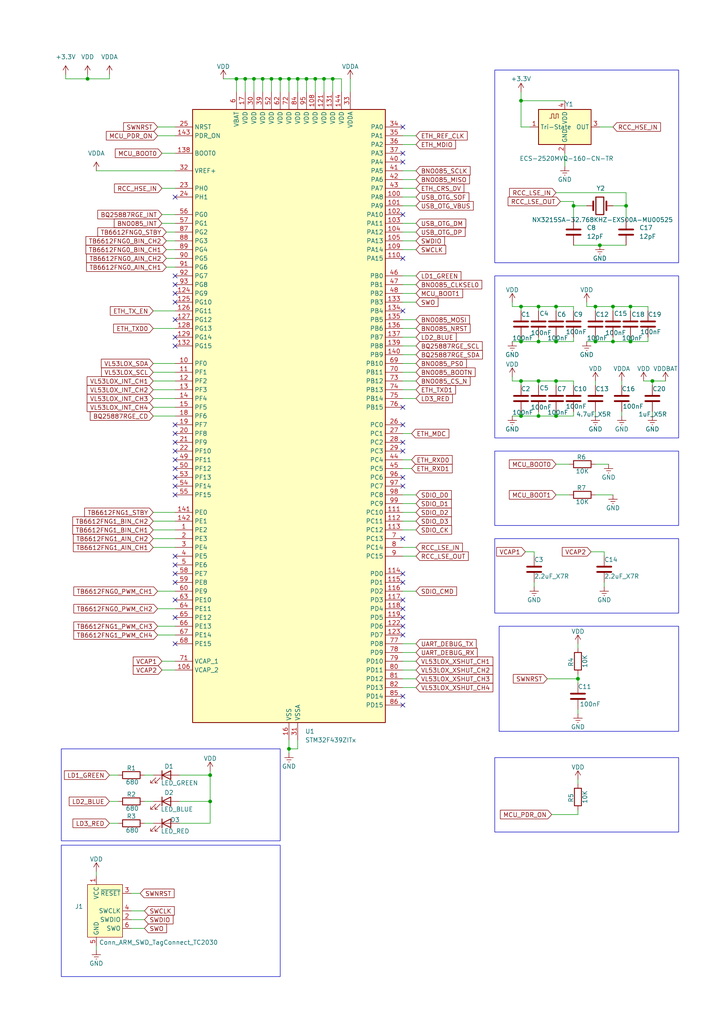
<source format=kicad_sch>
(kicad_sch (version 20250114) (generator "eeschema") (generator_version "9.0")
  (paper "A4" portrait)
  (rectangle (start 17.78 217.17) (end 81.28 243.84))
  (rectangle (start 17.78 245.11) (end 81.28 283.21))
  (rectangle (start 143.51 219.71) (end 196.85 241.3))
  (rectangle (start 144.78 181.61) (end 196.85 212.09))
  (rectangle (start 143.51 80.01) (end 196.85 127))
  (rectangle (start 143.51 20.32) (end 196.85 76.2))
  (rectangle (start 143.51 130.81) (end 196.85 152.4))
  (rectangle (start 143.51 156.21) (end 196.85 177.8))
  (junction (at 161.29 120.65))
  (junction (at 156.21 120.65))
  (junction (at 156.21 99.06))
  (junction (at 172.72 88.9))
  (junction (at 161.29 88.9))
  (junction (at 151.13 88.9))
  (junction (at 60.96 224.79))
  (junction (at 177.8 88.9))
  (junction (at 151.13 99.06))
  (junction (at 161.29 99.06))
  (junction (at 182.88 88.9))
  (junction (at 76.2 22.86))
  (junction (at 167.64 196.85))
  (junction (at 156.21 110.49))
  (junction (at 177.8 99.06))
  (junction (at 151.13 120.65))
  (junction (at 93.98 22.86))
  (junction (at 151.13 29.21))
  (junction (at 173.99 71.12))
  (junction (at 25.4 22.86))
  (junction (at 166.37 59.69))
  (junction (at 181.61 59.69))
  (junction (at 156.21 88.9))
  (junction (at 88.9 22.86))
  (junction (at 60.96 232.41))
  (junction (at 78.74 22.86))
  (junction (at 172.72 99.06))
  (junction (at 68.58 22.86))
  (junction (at 91.44 22.86))
  (junction (at 161.29 110.49))
  (junction (at 86.36 22.86))
  (junction (at 96.52 22.86))
  (junction (at 189.23 110.49))
  (junction (at 81.28 22.86))
  (junction (at 182.88 99.06))
  (junction (at 83.82 217.17))
  (junction (at 73.66 22.86))
  (junction (at 151.13 110.49))
  (junction (at 71.12 22.86))
  (junction (at 83.82 22.86))
  (no_connect (at 116.84 36.83))
  (no_connect (at 50.8 138.43))
  (no_connect (at 50.8 57.15))
  (no_connect (at 116.84 90.17))
  (no_connect (at 50.8 173.99))
  (no_connect (at 116.84 118.11))
  (no_connect (at 50.8 135.89))
  (no_connect (at 116.84 123.19))
  (no_connect (at 116.84 156.21))
  (no_connect (at 50.8 123.19))
  (no_connect (at 116.84 201.93))
  (no_connect (at 116.84 179.07))
  (no_connect (at 116.84 166.37))
  (no_connect (at 116.84 46.99))
  (no_connect (at 116.84 204.47))
  (no_connect (at 50.8 166.37))
  (no_connect (at 50.8 163.83))
  (no_connect (at 50.8 143.51))
  (no_connect (at 50.8 128.27))
  (no_connect (at 50.8 186.69))
  (no_connect (at 116.84 173.99))
  (no_connect (at 116.84 74.93))
  (no_connect (at 116.84 140.97))
  (no_connect (at 116.84 168.91))
  (no_connect (at 50.8 130.81))
  (no_connect (at 50.8 100.33))
  (no_connect (at 50.8 125.73))
  (no_connect (at 50.8 133.35))
  (no_connect (at 116.84 62.23))
  (no_connect (at 50.8 92.71))
  (no_connect (at 50.8 80.01))
  (no_connect (at 116.84 138.43))
  (no_connect (at 50.8 168.91))
  (no_connect (at 50.8 87.63))
  (no_connect (at 116.84 128.27))
  (no_connect (at 50.8 161.29))
  (no_connect (at 50.8 82.55))
  (no_connect (at 116.84 176.53))
  (no_connect (at 50.8 179.07))
  (no_connect (at 116.84 130.81))
  (no_connect (at 50.8 97.79))
  (no_connect (at 116.84 44.45))
  (no_connect (at 50.8 85.09))
  (no_connect (at 116.84 181.61))
  (no_connect (at 116.84 184.15))
  (no_connect (at 50.8 140.97))
  (wire (pts (xy 181.61 55.88) (xy 181.61 59.69)))
  (wire (pts (xy 116.84 161.29) (xy 120.65 161.29)))
  (wire (pts (xy 116.84 52.07) (xy 120.65 52.07)))
  (wire (pts (xy 166.37 110.49) (xy 161.29 110.49)))
  (wire (pts (xy 91.44 22.86) (xy 91.44 26.67)))
  (wire (pts (xy 71.12 22.86) (xy 71.12 26.67)))
  (wire (pts (xy 48.26 67.31) (xy 50.8 67.31)))
  (wire (pts (xy 116.84 194.31) (xy 120.65 194.31)))
  (wire (pts (xy 166.37 71.12) (xy 173.99 71.12)))
  (wire (pts (xy 116.84 171.45) (xy 120.65 171.45)))
  (wire (pts (xy 44.45 110.49) (xy 50.8 110.49)))
  (wire (pts (xy 181.61 63.5) (xy 181.61 59.69)))
  (wire (pts (xy 116.84 107.95) (xy 120.65 107.95)))
  (wire (pts (xy 187.96 90.17) (xy 187.96 88.9)))
  (wire (pts (xy 156.21 99.06) (xy 161.29 99.06)))
  (wire (pts (xy 44.45 90.17) (xy 50.8 90.17)))
  (wire (pts (xy 116.84 199.39) (xy 120.65 199.39)))
  (wire (pts (xy 172.72 88.9) (xy 177.8 88.9)))
  (wire (pts (xy 151.13 29.21) (xy 151.13 36.83)))
  (wire (pts (xy 116.84 133.35) (xy 119.38 133.35)))
  (wire (pts (xy 86.36 214.63) (xy 86.36 217.17)))
  (wire (pts (xy 44.45 156.21) (xy 50.8 156.21)))
  (wire (pts (xy 177.8 88.9) (xy 182.88 88.9)))
  (wire (pts (xy 172.72 97.79) (xy 172.72 99.06)))
  (wire (pts (xy 167.64 236.22) (xy 167.64 234.95)))
  (wire (pts (xy 162.56 58.42) (xy 166.37 58.42)))
  (wire (pts (xy 116.84 191.77) (xy 120.65 191.77)))
  (wire (pts (xy 182.88 90.17) (xy 182.88 88.9)))
  (wire (pts (xy 116.84 143.51) (xy 120.65 143.51)))
  (wire (pts (xy 189.23 119.38) (xy 189.23 120.65)))
  (wire (pts (xy 46.99 194.31) (xy 50.8 194.31)))
  (wire (pts (xy 166.37 119.38) (xy 166.37 120.65)))
  (wire (pts (xy 88.9 22.86) (xy 88.9 26.67)))
  (wire (pts (xy 41.91 238.76) (xy 44.45 238.76)))
  (wire (pts (xy 172.72 99.06) (xy 177.8 99.06)))
  (wire (pts (xy 152.4 160.02) (xy 154.94 160.02)))
  (wire (pts (xy 76.2 22.86) (xy 76.2 26.67)))
  (wire (pts (xy 153.67 36.83) (xy 151.13 36.83)))
  (wire (pts (xy 73.66 22.86) (xy 73.66 26.67)))
  (wire (pts (xy 116.84 146.05) (xy 120.65 146.05)))
  (wire (pts (xy 60.96 232.41) (xy 60.96 224.79)))
  (wire (pts (xy 44.45 120.65) (xy 50.8 120.65)))
  (wire (pts (xy 177.8 99.06) (xy 182.88 99.06)))
  (wire (pts (xy 175.26 160.02) (xy 175.26 161.29)))
  (wire (pts (xy 180.34 119.38) (xy 180.34 120.65)))
  (wire (pts (xy 78.74 22.86) (xy 76.2 22.86)))
  (wire (pts (xy 116.84 92.71) (xy 120.65 92.71)))
  (wire (pts (xy 166.37 111.76) (xy 166.37 110.49)))
  (wire (pts (xy 48.26 69.85) (xy 50.8 69.85)))
  (wire (pts (xy 116.84 196.85) (xy 120.65 196.85)))
  (wire (pts (xy 45.72 39.37) (xy 50.8 39.37)))
  (wire (pts (xy 48.26 72.39) (xy 50.8 72.39)))
  (wire (pts (xy 25.4 22.86) (xy 25.4 21.59)))
  (wire (pts (xy 44.45 113.03) (xy 50.8 113.03)))
  (wire (pts (xy 148.59 109.22) (xy 148.59 110.49)))
  (wire (pts (xy 172.72 119.38) (xy 172.72 120.65)))
  (wire (pts (xy 88.9 22.86) (xy 86.36 22.86)))
  (wire (pts (xy 166.37 59.69) (xy 166.37 63.5)))
  (wire (pts (xy 116.84 102.87) (xy 120.65 102.87)))
  (wire (pts (xy 81.28 22.86) (xy 81.28 26.67)))
  (wire (pts (xy 46.99 62.23) (xy 50.8 62.23)))
  (wire (pts (xy 83.82 217.17) (xy 83.82 218.44)))
  (wire (pts (xy 86.36 22.86) (xy 83.82 22.86)))
  (wire (pts (xy 166.37 88.9) (xy 161.29 88.9)))
  (wire (pts (xy 187.96 99.06) (xy 182.88 99.06)))
  (wire (pts (xy 167.64 186.69) (xy 167.64 187.96)))
  (wire (pts (xy 161.29 97.79) (xy 161.29 99.06)))
  (wire (pts (xy 38.1 259.08) (xy 40.64 259.08)))
  (wire (pts (xy 186.69 110.49) (xy 189.23 110.49)))
  (wire (pts (xy 116.84 153.67) (xy 120.65 153.67)))
  (wire (pts (xy 172.72 143.51) (xy 177.8 143.51)))
  (wire (pts (xy 38.1 269.24) (xy 41.91 269.24)))
  (wire (pts (xy 48.26 77.47) (xy 50.8 77.47)))
  (wire (pts (xy 31.75 21.59) (xy 31.75 22.86)))
  (wire (pts (xy 81.28 22.86) (xy 78.74 22.86)))
  (wire (pts (xy 156.21 120.65) (xy 161.29 120.65)))
  (wire (pts (xy 116.84 189.23) (xy 120.65 189.23)))
  (wire (pts (xy 31.75 238.76) (xy 34.29 238.76)))
  (wire (pts (xy 116.84 69.85) (xy 120.65 69.85)))
  (wire (pts (xy 116.84 67.31) (xy 120.65 67.31)))
  (wire (pts (xy 116.84 110.49) (xy 120.65 110.49)))
  (wire (pts (xy 86.36 217.17) (xy 83.82 217.17)))
  (wire (pts (xy 44.45 95.25) (xy 50.8 95.25)))
  (wire (pts (xy 44.45 118.11) (xy 50.8 118.11)))
  (wire (pts (xy 151.13 90.17) (xy 151.13 88.9)))
  (wire (pts (xy 161.29 111.76) (xy 161.29 110.49)))
  (wire (pts (xy 116.84 115.57) (xy 120.65 115.57)))
  (wire (pts (xy 44.45 107.95) (xy 50.8 107.95)))
  (wire (pts (xy 52.07 224.79) (xy 60.96 224.79)))
  (wire (pts (xy 116.84 151.13) (xy 120.65 151.13)))
  (wire (pts (xy 86.36 22.86) (xy 86.36 26.67)))
  (wire (pts (xy 38.1 266.7) (xy 41.91 266.7)))
  (wire (pts (xy 116.84 49.53) (xy 120.65 49.53)))
  (wire (pts (xy 93.98 22.86) (xy 91.44 22.86)))
  (wire (pts (xy 71.12 22.86) (xy 68.58 22.86)))
  (wire (pts (xy 116.84 82.55) (xy 120.65 82.55)))
  (wire (pts (xy 161.29 55.88) (xy 181.61 55.88)))
  (wire (pts (xy 116.84 57.15) (xy 120.65 57.15)))
  (wire (pts (xy 160.02 236.22) (xy 167.64 236.22)))
  (wire (pts (xy 83.82 214.63) (xy 83.82 217.17)))
  (wire (pts (xy 172.72 110.49) (xy 172.72 111.76)))
  (wire (pts (xy 48.26 74.93) (xy 50.8 74.93)))
  (wire (pts (xy 19.05 22.86) (xy 19.05 21.59)))
  (wire (pts (xy 154.94 160.02) (xy 154.94 161.29)))
  (wire (pts (xy 101.6 22.86) (xy 101.6 26.67)))
  (wire (pts (xy 52.07 232.41) (xy 60.96 232.41)))
  (wire (pts (xy 151.13 111.76) (xy 151.13 110.49)))
  (wire (pts (xy 116.84 64.77) (xy 120.65 64.77)))
  (wire (pts (xy 181.61 71.12) (xy 173.99 71.12)))
  (wire (pts (xy 31.75 224.79) (xy 34.29 224.79)))
  (wire (pts (xy 116.84 105.41) (xy 120.65 105.41)))
  (wire (pts (xy 189.23 110.49) (xy 189.23 111.76)))
  (wire (pts (xy 182.88 97.79) (xy 182.88 99.06)))
  (wire (pts (xy 27.94 49.53) (xy 50.8 49.53)))
  (wire (pts (xy 187.96 97.79) (xy 187.96 99.06)))
  (wire (pts (xy 171.45 160.02) (xy 175.26 160.02)))
  (wire (pts (xy 151.13 120.65) (xy 156.21 120.65)))
  (wire (pts (xy 45.72 176.53) (xy 50.8 176.53)))
  (wire (pts (xy 148.59 120.65) (xy 151.13 120.65)))
  (wire (pts (xy 161.29 134.62) (xy 165.1 134.62)))
  (wire (pts (xy 158.75 196.85) (xy 167.64 196.85)))
  (wire (pts (xy 116.84 100.33) (xy 120.65 100.33)))
  (wire (pts (xy 167.64 196.85) (xy 167.64 198.12)))
  (wire (pts (xy 166.37 99.06) (xy 161.29 99.06)))
  (wire (pts (xy 27.94 252.73) (xy 27.94 254)))
  (wire (pts (xy 167.64 196.85) (xy 167.64 195.58)))
  (wire (pts (xy 31.75 22.86) (xy 25.4 22.86)))
  (wire (pts (xy 73.66 22.86) (xy 71.12 22.86)))
  (wire (pts (xy 116.84 80.01) (xy 120.65 80.01)))
  (wire (pts (xy 76.2 22.86) (xy 73.66 22.86)))
  (wire (pts (xy 45.72 171.45) (xy 50.8 171.45)))
  (wire (pts (xy 116.84 148.59) (xy 120.65 148.59)))
  (wire (pts (xy 46.99 44.45) (xy 50.8 44.45)))
  (wire (pts (xy 175.26 168.91) (xy 175.26 170.18)))
  (wire (pts (xy 116.84 135.89) (xy 119.38 135.89)))
  (wire (pts (xy 83.82 22.86) (xy 81.28 22.86)))
  (wire (pts (xy 116.84 85.09) (xy 120.65 85.09)))
  (wire (pts (xy 148.59 110.49) (xy 151.13 110.49)))
  (wire (pts (xy 38.1 264.16) (xy 41.91 264.16)))
  (wire (pts (xy 156.21 90.17) (xy 156.21 88.9)))
  (wire (pts (xy 46.99 54.61) (xy 50.8 54.61)))
  (wire (pts (xy 170.18 87.63) (xy 170.18 88.9)))
  (wire (pts (xy 170.18 59.69) (xy 166.37 59.69)))
  (wire (pts (xy 96.52 22.86) (xy 96.52 26.67)))
  (wire (pts (xy 96.52 22.86) (xy 93.98 22.86)))
  (wire (pts (xy 45.72 184.15) (xy 50.8 184.15)))
  (wire (pts (xy 166.37 90.17) (xy 166.37 88.9)))
  (wire (pts (xy 91.44 22.86) (xy 88.9 22.86)))
  (wire (pts (xy 154.94 168.91) (xy 154.94 170.18)))
  (wire (pts (xy 180.34 110.49) (xy 180.34 111.76)))
  (wire (pts (xy 44.45 153.67) (xy 50.8 153.67)))
  (wire (pts (xy 151.13 97.79) (xy 151.13 99.06)))
  (wire (pts (xy 44.45 105.41) (xy 50.8 105.41)))
  (wire (pts (xy 44.45 151.13) (xy 50.8 151.13)))
  (wire (pts (xy 41.91 224.79) (xy 44.45 224.79)))
  (wire (pts (xy 60.96 238.76) (xy 60.96 232.41)))
  (wire (pts (xy 46.99 191.77) (xy 50.8 191.77)))
  (wire (pts (xy 177.8 90.17) (xy 177.8 88.9)))
  (wire (pts (xy 161.29 90.17) (xy 161.29 88.9)))
  (wire (pts (xy 172.72 134.62) (xy 176.53 134.62)))
  (wire (pts (xy 170.18 88.9) (xy 172.72 88.9)))
  (wire (pts (xy 31.75 232.41) (xy 34.29 232.41)))
  (wire (pts (xy 167.64 205.74) (xy 167.64 207.01)))
  (wire (pts (xy 151.13 110.49) (xy 156.21 110.49)))
  (wire (pts (xy 148.59 99.06) (xy 151.13 99.06)))
  (wire (pts (xy 181.61 59.69) (xy 177.8 59.69)))
  (wire (pts (xy 116.84 41.91) (xy 120.65 41.91)))
  (wire (pts (xy 156.21 111.76) (xy 156.21 110.49)))
  (wire (pts (xy 151.13 119.38) (xy 151.13 120.65)))
  (wire (pts (xy 93.98 22.86) (xy 93.98 26.67)))
  (wire (pts (xy 151.13 26.67) (xy 151.13 29.21)))
  (wire (pts (xy 161.29 119.38) (xy 161.29 120.65)))
  (wire (pts (xy 177.8 97.79) (xy 177.8 99.06)))
  (wire (pts (xy 78.74 22.86) (xy 78.74 26.67)))
  (wire (pts (xy 46.99 64.77) (xy 50.8 64.77)))
  (wire (pts (xy 156.21 97.79) (xy 156.21 99.06)))
  (wire (pts (xy 68.58 22.86) (xy 68.58 26.67)))
  (wire (pts (xy 173.99 36.83) (xy 177.8 36.83)))
  (wire (pts (xy 189.23 110.49) (xy 193.04 110.49)))
  (wire (pts (xy 60.96 223.52) (xy 60.96 224.79)))
  (wire (pts (xy 116.84 39.37) (xy 120.65 39.37)))
  (wire (pts (xy 156.21 119.38) (xy 156.21 120.65)))
  (wire (pts (xy 170.18 99.06) (xy 172.72 99.06)))
  (wire (pts (xy 116.84 72.39) (xy 120.65 72.39)))
  (wire (pts (xy 27.94 274.32) (xy 27.94 275.59)))
  (wire (pts (xy 44.45 148.59) (xy 50.8 148.59)))
  (wire (pts (xy 148.59 87.63) (xy 148.59 88.9)))
  (wire (pts (xy 116.84 95.25) (xy 120.65 95.25)))
  (wire (pts (xy 116.84 87.63) (xy 120.65 87.63)))
  (wire (pts (xy 151.13 99.06) (xy 156.21 99.06)))
  (wire (pts (xy 116.84 54.61) (xy 120.65 54.61)))
  (wire (pts (xy 45.72 36.83) (xy 50.8 36.83)))
  (wire (pts (xy 148.59 88.9) (xy 151.13 88.9)))
  (wire (pts (xy 52.07 238.76) (xy 60.96 238.76)))
  (wire (pts (xy 83.82 22.86) (xy 83.82 26.67)))
  (wire (pts (xy 116.84 125.73) (xy 119.38 125.73)))
  (wire (pts (xy 116.84 59.69) (xy 120.65 59.69)))
  (wire (pts (xy 151.13 88.9) (xy 156.21 88.9)))
  (wire (pts (xy 161.29 143.51) (xy 165.1 143.51)))
  (wire (pts (xy 116.84 158.75) (xy 120.65 158.75)))
  (wire (pts (xy 99.06 22.86) (xy 96.52 22.86)))
  (wire (pts (xy 156.21 110.49) (xy 161.29 110.49)))
  (wire (pts (xy 163.83 44.45) (xy 163.83 48.26)))
  (wire (pts (xy 156.21 88.9) (xy 161.29 88.9)))
  (wire (pts (xy 45.72 181.61) (xy 50.8 181.61)))
  (wire (pts (xy 172.72 90.17) (xy 172.72 88.9)))
  (wire (pts (xy 151.13 29.21) (xy 163.83 29.21)))
  (wire (pts (xy 99.06 22.86) (xy 99.06 26.67)))
  (wire (pts (xy 166.37 120.65) (xy 161.29 120.65)))
  (wire (pts (xy 167.64 226.06) (xy 167.64 227.33)))
  (wire (pts (xy 187.96 88.9) (xy 182.88 88.9)))
  (wire (pts (xy 44.45 115.57) (xy 50.8 115.57)))
  (wire (pts (xy 19.05 22.86) (xy 25.4 22.86)))
  (wire (pts (xy 41.91 232.41) (xy 44.45 232.41)))
  (wire (pts (xy 116.84 113.03) (xy 120.65 113.03)))
  (wire (pts (xy 166.37 97.79) (xy 166.37 99.06)))
  (wire (pts (xy 116.84 186.69) (xy 120.65 186.69)))
  (wire (pts (xy 116.84 97.79) (xy 120.65 97.79)))
  (wire (pts (xy 166.37 58.42) (xy 166.37 59.69)))
  (wire (pts (xy 44.45 158.75) (xy 50.8 158.75)))
  (wire (pts (xy 64.77 22.86) (xy 68.58 22.86)))
  (global_label "RCC_HSE_IN" (shape input) (at 177.8 36.83 0) (property "Intersheetrefs" "${INTERSHEET_REFS}" (effects (hide yes))))
  (global_label "SDIO_CK" (shape input) (at 120.65 153.67 0) (property "Intersheetrefs" "${INTERSHEET_REFS}" (effects (hide yes))))
  (global_label "LD3_RED" (shape input) (at 31.75 238.76 180) (property "Intersheetrefs" "${INTERSHEET_REFS}" (effects (hide yes))))
  (global_label "BNO085_MISO" (shape input) (at 120.65 52.07 0) (property "Intersheetrefs" "${INTERSHEET_REFS}" (effects (hide yes))))
  (global_label "SDIO_D1" (shape input) (at 120.65 146.05 0) (property "Intersheetrefs" "${INTERSHEET_REFS}" (effects (hide yes))))
  (global_label "ETH_TX_EN" (shape input) (at 44.45 90.17 180) (property "Intersheetrefs" "${INTERSHEET_REFS}" (effects (hide yes))))
  (global_label "BNO085_INT" (shape input) (at 46.99 64.77 180) (property "Intersheetrefs" "${INTERSHEET_REFS}" (effects (hide yes))))
  (global_label "ETH_TXD0" (shape input) (at 44.45 95.25 180) (property "Intersheetrefs" "${INTERSHEET_REFS}" (effects (hide yes))))
  (global_label "MCU_BOOT1" (shape input) (at 120.65 85.09 0) (property "Intersheetrefs" "${INTERSHEET_REFS}" (effects (hide yes))))
  (global_label "RCC_LSE_OUT" (shape input) (at 120.65 161.29 0) (property "Intersheetrefs" "${INTERSHEET_REFS}" (effects (hide yes))))
  (global_label "LD2_BLUE" (shape input) (at 31.75 232.41 180) (property "Intersheetrefs" "${INTERSHEET_REFS}" (effects (hide yes))))
  (global_label "SDIO_D0" (shape input) (at 120.65 143.51 0) (property "Intersheetrefs" "${INTERSHEET_REFS}" (effects (hide yes))))
  (global_label "UART_DEBUG_RX" (shape input) (at 120.65 189.23 0) (property "Intersheetrefs" "${INTERSHEET_REFS}" (effects (hide yes))))
  (global_label "SWO" (shape input) (at 41.91 269.24 0) (property "Intersheetrefs" "${INTERSHEET_REFS}" (effects (hide yes))))
  (global_label "ETH_RXD1" (shape input) (at 119.38 135.89 0) (property "Intersheetrefs" "${INTERSHEET_REFS}" (effects (hide yes))))
  (global_label "ETH_RXD0" (shape input) (at 119.38 133.35 0) (property "Intersheetrefs" "${INTERSHEET_REFS}" (effects (hide yes))))
  (global_label "USB_OTG_DP" (shape input) (at 120.65 67.31 0) (property "Intersheetrefs" "${INTERSHEET_REFS}" (effects (hide yes))))
  (global_label "SDIO_D3" (shape input) (at 120.65 151.13 0) (property "Intersheetrefs" "${INTERSHEET_REFS}" (effects (hide yes))))
  (global_label "VL53LOX_XSHUT_CH3" (shape input) (at 120.65 196.85 0) (property "Intersheetrefs" "${INTERSHEET_REFS}" (effects (hide yes))))
  (global_label "SDIO_CMD" (shape input) (at 120.65 171.45 0) (property "Intersheetrefs" "${INTERSHEET_REFS}" (effects (hide yes))))
  (global_label "RCC_LSE_IN" (shape input) (at 161.29 55.88 180) (property "Intersheetrefs" "${INTERSHEET_REFS}" (effects (hide yes))))
  (global_label "BQ25887RGE_SCL" (shape input) (at 120.65 100.33 0) (property "Intersheetrefs" "${INTERSHEET_REFS}" (effects (hide yes))))
  (global_label "VL53LOX_SCL" (shape input) (at 44.45 107.95 180) (property "Intersheetrefs" "${INTERSHEET_REFS}" (effects (hide yes))))
  (global_label "VL53LOX_INT_CH4" (shape input) (at 44.45 118.11 180) (property "Intersheetrefs" "${INTERSHEET_REFS}" (effects (hide yes))))
  (global_label "VL53LOX_SDA" (shape input) (at 44.45 105.41 180) (property "Intersheetrefs" "${INTERSHEET_REFS}" (effects (hide yes))))
  (global_label "MCU_BOOT1" (shape input) (at 161.29 143.51 180) (property "Intersheetrefs" "${INTERSHEET_REFS}" (effects (hide yes))))
  (global_label "SWCLK" (shape input) (at 120.65 72.39 0) (property "Intersheetrefs" "${INTERSHEET_REFS}" (effects (hide yes))))
  (global_label "BNO085_CLKSEL0" (shape input) (at 120.65 82.55 0) (property "Intersheetrefs" "${INTERSHEET_REFS}" (effects (hide yes))))
  (global_label "VL53LOX_INT_CH3" (shape input) (at 44.45 115.57 180) (property "Intersheetrefs" "${INTERSHEET_REFS}" (effects (hide yes))))
  (global_label "LD1_GREEN" (shape input) (at 31.75 224.79 180) (property "Intersheetrefs" "${INTERSHEET_REFS}" (effects (hide yes))))
  (global_label "TB6612FNG0_PWM_CH1" (shape input) (at 45.72 171.45 180) (property "Intersheetrefs" "${INTERSHEET_REFS}" (effects (hide yes))))
  (global_label "MCU_BOOT0" (shape input) (at 46.99 44.45 180) (property "Intersheetrefs" "${INTERSHEET_REFS}" (effects (hide yes))))
  (global_label "BQ25887RGE_CD" (shape input) (at 44.45 120.65 180) (property "Intersheetrefs" "${INTERSHEET_REFS}" (effects (hide yes))))
  (global_label "USB_OTG_VBUS" (shape input) (at 120.65 59.69 0) (property "Intersheetrefs" "${INTERSHEET_REFS}" (effects (hide yes))))
  (global_label "MCU_BOOT0" (shape input) (at 161.29 134.62 180) (property "Intersheetrefs" "${INTERSHEET_REFS}" (effects (hide yes))))
  (global_label "TB6612FNG0_STBY" (shape input) (at 48.26 67.31 180) (property "Intersheetrefs" "${INTERSHEET_REFS}" (effects (hide yes))))
  (global_label "BNO085_SCLK" (shape input) (at 120.65 49.53 0) (property "Intersheetrefs" "${INTERSHEET_REFS}" (effects (hide yes))))
  (global_label "BQ25887RGE_INT" (shape input) (at 46.99 62.23 180) (property "Intersheetrefs" "${INTERSHEET_REFS}" (effects (hide yes))))
  (global_label "LD2_BLUE" (shape input) (at 120.65 97.79 0) (property "Intersheetrefs" "${INTERSHEET_REFS}" (effects (hide yes))))
  (global_label "VL53LOX_INT_CH1" (shape input) (at 44.45 110.49 180) (property "Intersheetrefs" "${INTERSHEET_REFS}" (effects (hide yes))))
  (global_label "BNO085_PS0" (shape input) (at 120.65 105.41 0) (property "Intersheetrefs" "${INTERSHEET_REFS}" (effects (hide yes))))
  (global_label "VCAP2" (shape input) (at 46.99 194.31 180) (property "Intersheetrefs" "${INTERSHEET_REFS}" (effects (hide yes))))
  (global_label "SWNRST" (shape input) (at 45.72 36.83 180) (property "Intersheetrefs" "${INTERSHEET_REFS}" (effects (hide yes))))
  (global_label "SWNRST" (shape input) (at 40.64 259.08 0) (property "Intersheetrefs" "${INTERSHEET_REFS}" (effects (hide yes))))
  (global_label "SWCLK" (shape input) (at 41.91 264.16 0) (property "Intersheetrefs" "${INTERSHEET_REFS}" (effects (hide yes))))
  (global_label "BNO085_CS_N" (shape input) (at 120.65 110.49 0) (property "Intersheetrefs" "${INTERSHEET_REFS}" (effects (hide yes))))
  (global_label "TB6612FNG0_BIN_CH2" (shape input) (at 48.26 69.85 180) (property "Intersheetrefs" "${INTERSHEET_REFS}" (effects (hide yes))))
  (global_label "RCC_LSE_OUT" (shape input) (at 162.56 58.42 180) (property "Intersheetrefs" "${INTERSHEET_REFS}" (effects (hide yes))))
  (global_label "TB6612FNG1_BIN_CH2" (shape input) (at 44.45 151.13 180) (property "Intersheetrefs" "${INTERSHEET_REFS}" (effects (hide yes))))
  (global_label "VCAP1" (shape input) (at 152.4 160.02 180) (property "Intersheetrefs" "${INTERSHEET_REFS}" (effects (hide yes))))
  (global_label "SDIO_D2" (shape input) (at 120.65 148.59 0) (property "Intersheetrefs" "${INTERSHEET_REFS}" (effects (hide yes))))
  (global_label "BNO085_BOOTN" (shape input) (at 120.65 107.95 0) (property "Intersheetrefs" "${INTERSHEET_REFS}" (effects (hide yes))))
  (global_label "VL53LOX_XSHUT_CH2" (shape input) (at 120.65 194.31 0) (property "Intersheetrefs" "${INTERSHEET_REFS}" (effects (hide yes))))
  (global_label "VL53LOX_XSHUT_CH1" (shape input) (at 120.65 191.77 0) (property "Intersheetrefs" "${INTERSHEET_REFS}" (effects (hide yes))))
  (global_label "ETH_CRS_DV" (shape input) (at 120.65 54.61 0) (property "Intersheetrefs" "${INTERSHEET_REFS}" (effects (hide yes))))
  (global_label "RCC_HSE_IN" (shape input) (at 46.99 54.61 180) (property "Intersheetrefs" "${INTERSHEET_REFS}" (effects (hide yes))))
  (global_label "ETH_MDC" (shape input) (at 119.38 125.73 0) (property "Intersheetrefs" "${INTERSHEET_REFS}" (effects (hide yes))))
  (global_label "TB6612FNG0_PWM_CH2" (shape input) (at 45.72 176.53 180) (property "Intersheetrefs" "${INTERSHEET_REFS}" (effects (hide yes))))
  (global_label "TB6612FNG1_PWM_CH4" (shape input) (at 45.72 184.15 180) (property "Intersheetrefs" "${INTERSHEET_REFS}" (effects (hide yes))))
  (global_label "UART_DEBUG_TX" (shape input) (at 120.65 186.69 0) (property "Intersheetrefs" "${INTERSHEET_REFS}" (effects (hide yes))))
  (global_label "TB6612FNG1_AIN_CH2" (shape input) (at 44.45 156.21 180) (property "Intersheetrefs" "${INTERSHEET_REFS}" (effects (hide yes))))
  (global_label "BNO085_NRST" (shape input) (at 120.65 95.25 0) (property "Intersheetrefs" "${INTERSHEET_REFS}" (effects (hide yes))))
  (global_label "MCU_PDR_ON" (shape input) (at 45.72 39.37 180) (property "Intersheetrefs" "${INTERSHEET_REFS}" (effects (hide yes))))
  (global_label "VCAP2" (shape input) (at 171.45 160.02 180) (property "Intersheetrefs" "${INTERSHEET_REFS}" (effects (hide yes))))
  (global_label "LD3_RED" (shape input) (at 120.65 115.57 0) (property "Intersheetrefs" "${INTERSHEET_REFS}" (effects (hide yes))))
  (global_label "USB_OTG_SOF" (shape input) (at 120.65 57.15 0) (property "Intersheetrefs" "${INTERSHEET_REFS}" (effects (hide yes))))
  (global_label "SWNRST" (shape input) (at 158.75 196.85 180) (property "Intersheetrefs" "${INTERSHEET_REFS}" (effects (hide yes))))
  (global_label "TB6612FNG0_AIN_CH1" (shape input) (at 48.26 77.47 180) (property "Intersheetrefs" "${INTERSHEET_REFS}" (effects (hide yes))))
  (global_label "VL53LOX_INT_CH2" (shape input) (at 44.45 113.03 180) (property "Intersheetrefs" "${INTERSHEET_REFS}" (effects (hide yes))))
  (global_label "RCC_LSE_IN" (shape input) (at 120.65 158.75 0) (property "Intersheetrefs" "${INTERSHEET_REFS}" (effects (hide yes))))
  (global_label "TB6612FNG1_STBY" (shape input) (at 44.45 148.59 180) (property "Intersheetrefs" "${INTERSHEET_REFS}" (effects (hide yes))))
  (global_label "ETH_MDIO" (shape input) (at 120.65 41.91 0) (property "Intersheetrefs" "${INTERSHEET_REFS}" (effects (hide yes))))
  (global_label "TB6612FNG1_AIN_CH1" (shape input) (at 44.45 158.75 180) (property "Intersheetrefs" "${INTERSHEET_REFS}" (effects (hide yes))))
  (global_label "TB6612FNG1_BIN_CH1" (shape input) (at 44.45 153.67 180) (property "Intersheetrefs" "${INTERSHEET_REFS}" (effects (hide yes))))
  (global_label "ETH_TXD1" (shape input) (at 120.65 113.03 0) (property "Intersheetrefs" "${INTERSHEET_REFS}" (effects (hide yes))))
  (global_label "VCAP1" (shape input) (at 46.99 191.77 180) (property "Intersheetrefs" "${INTERSHEET_REFS}" (effects (hide yes))))
  (global_label "MCU_PDR_ON" (shape input) (at 160.02 236.22 180) (property "Intersheetrefs" "${INTERSHEET_REFS}" (effects (hide yes))))
  (global_label "ETH_REF_CLK" (shape input) (at 120.65 39.37 0) (property "Intersheetrefs" "${INTERSHEET_REFS}" (effects (hide yes))))
  (global_label "TB6612FNG0_AIN_CH2" (shape input) (at 48.26 74.93 180) (property "Intersheetrefs" "${INTERSHEET_REFS}" (effects (hide yes))))
  (global_label "TB6612FNG1_PWM_CH3" (shape input) (at 45.72 181.61 180) (property "Intersheetrefs" "${INTERSHEET_REFS}" (effects (hide yes))))
  (global_label "BNO085_MOSI" (shape input) (at 120.65 92.71 0) (property "Intersheetrefs" "${INTERSHEET_REFS}" (effects (hide yes))))
  (global_label "LD1_GREEN" (shape input) (at 120.65 80.01 0) (property "Intersheetrefs" "${INTERSHEET_REFS}" (effects (hide yes))))
  (global_label "SWDIO" (shape input) (at 41.91 266.7 0) (property "Intersheetrefs" "${INTERSHEET_REFS}" (effects (hide yes))))
  (global_label "VL53LOX_XSHUT_CH4" (shape input) (at 120.65 199.39 0) (property "Intersheetrefs" "${INTERSHEET_REFS}" (effects (hide yes))))
  (global_label "SWDIO" (shape input) (at 120.65 69.85 0) (property "Intersheetrefs" "${INTERSHEET_REFS}" (effects (hide yes))))
  (global_label "USB_OTG_DM" (shape input) (at 120.65 64.77 0) (property "Intersheetrefs" "${INTERSHEET_REFS}" (effects (hide yes))))
  (global_label "BQ25887RGE_SDA" (shape input) (at 120.65 102.87 0) (property "Intersheetrefs" "${INTERSHEET_REFS}" (effects (hide yes))))
  (global_label "TB6612FNG0_BIN_CH1" (shape input) (at 48.26 72.39 180) (property "Intersheetrefs" "${INTERSHEET_REFS}" (effects (hide yes))))
  (global_label "SWO" (shape input) (at 120.65 87.63 0) (property "Intersheetrefs" "${INTERSHEET_REFS}" (effects (hide yes))))
  (symbol (lib_id "Device:Crystal") (at 173.99 59.69 0) (unit 1)
    (property "Reference" "Y2" (at 174.244 54.61 0))
    (property "Value" "NX3215SA-32.768KHZ-EXS00A-MU00525" (at 174.752 63.754 0))
    (property "Footprint" "Crystal:Crystal_SMD_3215-2Pin_3.2x1.5mm" (effects (hide yes)))
    (property "Description" "Two pin crystal" (effects (hide yes)))
  )
  (symbol (lib_id "power:+3.3V") (at 151.13 26.67 0) (unit 1)
    (property "Reference" "#PWR015" (effects (hide yes)))
    (property "Value" "+3.3V" (at 151.13 22.86 0))
    (property "Description" "Power symbol creates a global label with name \"+3.3V\"" (effects (hide yes)))
  )
  (symbol (lib_id "power:VDD") (at 186.69 110.49 0) (unit 1)
    (property "Reference" "#PWR031" (effects (hide yes)))
    (property "Value" "VDD" (at 186.69 106.934 0))
    (property "Description" "Power symbol creates a global label with name \"VDD\"" (effects (hide yes)))
  )
  (symbol (lib_id "power:Earth") (at 173.99 71.12 0) (unit 1)
    (property "Reference" "#PWR025" (effects (hide yes)))
    (property "Value" "GND" (at 173.99 74.93 0))
    (property "Description" "Power symbol creates a global label with name \"Earth\"" (effects (hide yes)))
  )
  (symbol (lib_id "Device:C") (at 181.61 67.31 180) (unit 1)
    (property "Reference" "C17" (at 185.42 66.0399 0) (effects (justify right)))
    (property "Value" "12pF" (at 185.42 68.5799 0) (effects (justify right)))
    (property "Footprint" "Capacitor_SMD:C_0805_2012Metric_Pad1.18x1.45mm_HandSolder" (effects (hide yes)))
    (property "Description" "Unpolarized capacitor" (effects (hide yes)))
  )
  (symbol (lib_id "power:Earth") (at 83.82 218.44 0) (unit 1)
    (property "Reference" "#PWR09" (effects (hide yes)))
    (property "Value" "GND" (at 83.82 222.25 0))
    (property "Description" "Power symbol creates a global label with name \"Earth\"" (effects (hide yes)))
  )
  (symbol (lib_id "power:Earth") (at 167.64 207.01 0) (unit 1)
    (property "Reference" "#PWR019" (effects (hide yes)))
    (property "Value" "GND" (at 167.64 210.82 0))
    (property "Description" "Power symbol creates a global label with name \"Earth\"" (effects (hide yes)))
  )
  (symbol (lib_id "power:Earth") (at 175.26 170.18 0) (unit 1)
    (property "Reference" "#PWR026" (effects (hide yes)))
    (property "Value" "GND" (at 175.26 173.99 0))
    (property "Description" "Power symbol creates a global label with name \"Earth\"" (effects (hide yes)))
  )
  (symbol (lib_id "power:Earth") (at 176.53 134.62 0) (unit 1)
    (property "Reference" "#PWR027" (effects (hide yes)))
    (property "Value" "GND" (at 176.53 138.43 0))
    (property "Description" "Power symbol creates a global label with name \"Earth\"" (effects (hide yes)))
  )
  (symbol (lib_id "Device:C") (at 151.13 93.98 180) (unit 1)
    (property "Reference" "C1" (at 151.13 91.186 0) (effects (justify right)))
    (property "Value" "100nF" (at 148.59 98.044 0) (effects (justify right)))
    (property "Footprint" "Capacitor_SMD:C_0603_1608Metric_Pad1.08x0.95mm_HandSolder" (effects (hide yes)))
    (property "Description" "Unpolarized capacitor" (effects (hide yes)))
  )
  (symbol (lib_id "power:+3.3V") (at 19.05 21.59 0) (unit 1)
    (property "Reference" "#PWR01" (effects (hide yes)))
    (property "Value" "+3.3V" (at 19.05 16.51 0))
    (property "Description" "Power symbol creates a global label with name \"+3.3V\"" (effects (hide yes)))
  )
  (symbol (lib_id "Device:R") (at 168.91 134.62 90) (unit 1)
    (property "Reference" "R6" (at 168.656 132.588 90))
    (property "Value" "10K" (at 168.91 136.652 90))
    (property "Footprint" "Resistor_SMD:R_0805_2012Metric_Pad1.20x1.40mm_HandSolder" (effects (hide yes)))
    (property "Description" "Resistor" (effects (hide yes)))
  )
  (symbol (lib_id "Device:LED") (at 48.26 232.41 0) (unit 1)
    (property "Reference" "D2" (at 49.022 229.87 0))
    (property "Value" "LED_BLUE" (at 51.308 234.696 0))
    (property "Footprint" "LED_SMD:LED_0603_1608Metric_Pad1.05x0.95mm_HandSolder" (effects (hide yes)))
    (property "Description" "Light emitting diode" (effects (hide yes)))
    (property "Sim.Pins" "1=K 2=A" (effects (hide yes)))
  )
  (symbol (lib_id "Device:R") (at 168.91 143.51 90) (unit 1)
    (property "Reference" "R7" (at 168.656 141.478 90))
    (property "Value" "10K" (at 168.91 145.542 90))
    (property "Footprint" "Resistor_SMD:R_0805_2012Metric_Pad1.20x1.40mm_HandSolder" (effects (hide yes)))
    (property "Description" "Resistor" (effects (hide yes)))
  )
  (symbol (lib_id "Device:C") (at 151.13 115.57 180) (unit 1)
    (property "Reference" "C2" (at 151.13 112.776 0) (effects (justify right)))
    (property "Value" "100nF" (at 148.59 119.634 0) (effects (justify right)))
    (property "Footprint" "Capacitor_SMD:C_0603_1608Metric_Pad1.08x0.95mm_HandSolder" (effects (hide yes)))
    (property "Description" "Unpolarized capacitor" (effects (hide yes)))
  )
  (symbol (lib_id "power:Earth") (at 163.83 48.26 0) (unit 1)
    (property "Reference" "#PWR017" (effects (hide yes)))
    (property "Value" "GND" (at 163.83 52.07 0))
    (property "Description" "Power symbol creates a global label with name \"Earth\"" (effects (hide yes)))
  )
  (symbol (lib_id "Device:LED") (at 48.26 238.76 0) (unit 1)
    (property "Reference" "D3" (at 50.8 237.744 0))
    (property "Value" "LED_RED" (at 50.8 241.046 0))
    (property "Footprint" "LED_SMD:LED_0603_1608Metric_Pad1.05x0.95mm_HandSolder" (effects (hide yes)))
    (property "Description" "Light emitting diode" (effects (hide yes)))
    (property "Sim.Pins" "1=K 2=A" (effects (hide yes)))
  )
  (symbol (lib_id "power:Earth") (at 189.23 120.65 0) (unit 1)
    (property "Reference" "#PWR032" (effects (hide yes)))
    (property "Value" "GND" (at 189.23 124.46 0))
    (property "Description" "Power symbol creates a global label with name \"Earth\"" (effects (hide yes)))
  )
  (symbol (lib_id "Device:R") (at 38.1 238.76 270) (unit 1)
    (property "Reference" "R3" (at 38.1 236.728 90))
    (property "Value" "680" (at 38.354 240.792 90))
    (property "Footprint" "Resistor_SMD:R_0805_2012Metric_Pad1.20x1.40mm_HandSolder" (effects (hide yes)))
    (property "Description" "Resistor" (effects (hide yes)))
  )
  (symbol (lib_id "power:VDDA") (at 180.34 110.49 0) (unit 1)
    (property "Reference" "#PWR029" (effects (hide yes)))
    (property "Value" "VDDA" (at 180.34 106.934 0))
    (property "Description" "Power symbol creates a global label with name \"VDDA\"" (effects (hide yes)))
  )
  (symbol (lib_id "power:VDD") (at 167.64 226.06 0) (unit 1)
    (property "Reference" "#PWR020" (effects (hide yes)))
    (property "Value" "VDD" (at 167.64 222.504 0))
    (property "Description" "Power symbol creates a global label with name \"VDD\"" (effects (hide yes)))
  )
  (symbol (lib_id "Device:C") (at 166.37 115.57 180) (unit 1)
    (property "Reference" "C10" (at 166.37 112.776 0) (effects (justify right)))
    (property "Value" "100nF" (at 164.084 117.856 0) (effects (justify right)))
    (property "Footprint" "Capacitor_SMD:C_0603_1608Metric_Pad1.08x0.95mm_HandSolder" (effects (hide yes)))
    (property "Description" "Unpolarized capacitor" (effects (hide yes)))
  )
  (symbol (lib_id "Device:C") (at 156.21 115.57 180) (unit 1)
    (property "Reference" "C5" (at 156.464 112.522 0) (effects (justify right)))
    (property "Value" "100nF" (at 153.924 118.11 0) (effects (justify right)))
    (property "Footprint" "Capacitor_SMD:C_0603_1608Metric_Pad1.08x0.95mm_HandSolder" (effects (hide yes)))
    (property "Description" "Unpolarized capacitor" (effects (hide yes)))
  )
  (symbol (lib_id "Device:R") (at 38.1 224.79 270) (unit 1)
    (property "Reference" "R1" (at 38.1 222.758 90))
    (property "Value" "680" (at 38.354 226.822 90))
    (property "Footprint" "Resistor_SMD:R_0805_2012Metric_Pad1.20x1.40mm_HandSolder" (effects (hide yes)))
    (property "Description" "Resistor" (effects (hide yes)))
  )
  (symbol (lib_id "Device:C") (at 167.64 201.93 180) (unit 1)
    (property "Reference" "C11" (at 167.64 199.136 0) (effects (justify right)))
    (property "Value" "100nF" (at 168.148 204.216 0) (effects (justify right)))
    (property "Footprint" "Capacitor_SMD:C_0603_1608Metric_Pad1.08x0.95mm_HandSolder" (effects (hide yes)))
    (property "Description" "Unpolarized capacitor" (effects (hide yes)))
  )
  (symbol (lib_id "Device:C") (at 172.72 115.57 180) (unit 1)
    (property "Reference" "C13" (at 172.72 112.776 0) (effects (justify right)))
    (property "Value" "4.7uF_X5R" (at 167.132 120.142 0) (effects (justify right)))
    (property "Footprint" "Capacitor_SMD:C_0603_1608Metric_Pad1.08x0.95mm_HandSolder" (effects (hide yes)))
    (property "Description" "Unpolarized capacitor" (effects (hide yes)))
  )
  (symbol (lib_id "Device:C") (at 154.94 165.1 180) (unit 1)
    (property "Reference" "C3" (at 154.94 162.306 0) (effects (justify right)))
    (property "Value" "2.2uF_X7R" (at 154.94 167.132 0) (effects (justify right)))
    (property "Footprint" "Capacitor_SMD:C_0805_2012Metric_Pad1.18x1.45mm_HandSolder" (effects (hide yes)))
    (property "Description" "Unpolarized capacitor" (effects (hide yes)))
  )
  (symbol (lib_id "Device:C") (at 177.8 93.98 180) (unit 1)
    (property "Reference" "C15" (at 178.054 90.932 0) (effects (justify right)))
    (property "Value" "100nF" (at 175.514 96.52 0) (effects (justify right)))
    (property "Footprint" "Capacitor_SMD:C_0603_1608Metric_Pad1.08x0.95mm_HandSolder" (effects (hide yes)))
    (property "Description" "Unpolarized capacitor" (effects (hide yes)))
  )
  (symbol (lib_id "Device:C") (at 182.88 93.98 180) (unit 1)
    (property "Reference" "C18" (at 183.134 91.186 0) (effects (justify right)))
    (property "Value" "100nF" (at 180.34 98.044 0) (effects (justify right)))
    (property "Footprint" "Capacitor_SMD:C_0603_1608Metric_Pad1.08x0.95mm_HandSolder" (effects (hide yes)))
    (property "Description" "Unpolarized capacitor" (effects (hide yes)))
  )
  (symbol (lib_id "Device:C") (at 187.96 93.98 180) (unit 1)
    (property "Reference" "C19" (at 187.96 91.186 0) (effects (justify right)))
    (property "Value" "100nF" (at 185.674 96.266 0) (effects (justify right)))
    (property "Footprint" "Capacitor_SMD:C_0603_1608Metric_Pad1.08x0.95mm_HandSolder" (effects (hide yes)))
    (property "Description" "Unpolarized capacitor" (effects (hide yes)))
  )
  (symbol (lib_id "Device:LED") (at 48.26 224.79 0) (unit 1)
    (property "Reference" "D1" (at 49.022 222.25 0))
    (property "Value" "LED_GREEN" (at 52.07 227.076 0))
    (property "Footprint" "LED_SMD:LED_0603_1608Metric_Pad1.05x0.95mm_HandSolder" (effects (hide yes)))
    (property "Description" "Light emitting diode" (effects (hide yes)))
    (property "Sim.Pins" "1=K 2=A" (effects (hide yes)))
  )
  (symbol (lib_id "power:Earth") (at 177.8 143.51 0) (unit 1)
    (property "Reference" "#PWR028" (effects (hide yes)))
    (property "Value" "GND" (at 177.8 147.32 0))
    (property "Description" "Power symbol creates a global label with name \"Earth\"" (effects (hide yes)))
  )
  (symbol (lib_id "power:VDD") (at 172.72 110.49 0) (unit 1)
    (property "Reference" "#PWR023" (effects (hide yes)))
    (property "Value" "VDD" (at 172.72 106.934 0))
    (property "Description" "Power symbol creates a global label with name \"VDD\"" (effects (hide yes)))
  )
  (symbol (lib_id "power:VDD") (at 167.64 186.69 0) (unit 1)
    (property "Reference" "#PWR018" (effects (hide yes)))
    (property "Value" "VDD" (at 167.64 183.134 0))
    (property "Description" "Power symbol creates a global label with name \"VDD\"" (effects (hide yes)))
  )
  (symbol (lib_id "power:VDD") (at 148.59 87.63 0) (unit 1)
    (property "Reference" "#PWR011" (effects (hide yes)))
    (property "Value" "VDD" (at 148.59 84.074 0))
    (property "Description" "Power symbol creates a global label with name \"VDD\"" (effects (hide yes)))
  )
  (symbol (lib_id "power:Earth") (at 172.72 120.65 0) (unit 1)
    (property "Reference" "#PWR024" (effects (hide yes)))
    (property "Value" "GND" (at 172.72 124.46 0))
    (property "Description" "Power symbol creates a global label with name \"Earth\"" (effects (hide yes)))
  )
  (symbol (lib_id "power:Earth") (at 154.94 170.18 0) (unit 1)
    (property "Reference" "#PWR016" (effects (hide yes)))
    (property "Value" "GND" (at 154.94 173.99 0))
    (property "Description" "Power symbol creates a global label with name \"Earth\"" (effects (hide yes)))
  )
  (symbol (lib_id "Connector:Conn_ARM_SWD_TagConnect_TC2030") (at 30.48 264.16 0) (unit 1) (in_bom no)
    (property "Reference" "J1" (at 24.13 262.8899 0) (effects (justify right)))
    (property "Value" "Conn_ARM_SWD_TagConnect_TC2030" (at 63.246 273.304 0) (effects (justify right)))
    (property "Footprint" "Connector:Tag-Connect_TC2030-IDC-FP_2x03_P1.27mm_Vertical" (effects (hide yes)))
    (property "Datasheet" "https://www.tag-connect.com/wp-content/uploads/bsk-pdf-manager/TC2030-CTX_1.pdf" (effects (hide yes)))
    (property "Description" "Tag-Connect ARM Cortex SWD JTAG connector, 6 pin" (effects (hide yes)))
  )
  (symbol (lib_id "power:Earth") (at 180.34 120.65 0) (unit 1)
    (property "Reference" "#PWR030" (effects (hide yes)))
    (property "Value" "GND" (at 180.34 124.46 0))
    (property "Description" "Power symbol creates a global label with name \"Earth\"" (effects (hide yes)))
  )
  (symbol (lib_id "Device:R") (at 167.64 191.77 180) (unit 1)
    (property "Reference" "R4" (at 165.608 192.024 90))
    (property "Value" "10K" (at 169.672 191.77 90))
    (property "Footprint" "Resistor_SMD:R_0805_2012Metric_Pad1.20x1.40mm_HandSolder" (effects (hide yes)))
    (property "Description" "Resistor" (effects (hide yes)))
  )
  (symbol (lib_id "Device:C") (at 180.34 115.57 180) (unit 1)
    (property "Reference" "C16" (at 180.34 112.776 0) (effects (justify right)))
    (property "Value" "100nF" (at 180.594 117.856 0) (effects (justify right)))
    (property "Footprint" "Capacitor_SMD:C_0603_1608Metric_Pad1.08x0.95mm_HandSolder" (effects (hide yes)))
    (property "Description" "Unpolarized capacitor" (effects (hide yes)))
  )
  (symbol (lib_id "power:Earth") (at 148.59 99.06 0) (unit 1)
    (property "Reference" "#PWR012" (effects (hide yes)))
    (property "Value" "GND" (at 148.59 102.87 0))
    (property "Description" "Power symbol creates a global label with name \"Earth\"" (effects (hide yes)))
  )
  (symbol (lib_id "power:VDD") (at 148.59 109.22 0) (unit 1)
    (property "Reference" "#PWR013" (effects (hide yes)))
    (property "Value" "VDD" (at 148.59 105.664 0))
    (property "Description" "Power symbol creates a global label with name \"VDD\"" (effects (hide yes)))
  )
  (symbol (lib_id "Device:C") (at 166.37 67.31 180) (unit 1)
    (property "Reference" "C8" (at 170.18 66.0399 0) (effects (justify right)))
    (property "Value" "12pF" (at 170.18 68.5799 0) (effects (justify right)))
    (property "Footprint" "Capacitor_SMD:C_0805_2012Metric_Pad1.18x1.45mm_HandSolder" (effects (hide yes)))
    (property "Description" "Unpolarized capacitor" (effects (hide yes)))
  )
  (symbol (lib_id "power:VDDA") (at 101.6 22.86 0) (unit 1)
    (property "Reference" "#PWR010" (effects (hide yes)))
    (property "Value" "VDDA" (at 101.6 19.304 0))
    (property "Description" "Power symbol creates a global label with name \"VDDA\"" (effects (hide yes)))
  )
  (symbol (lib_id "Device:C") (at 175.26 165.1 180) (unit 1)
    (property "Reference" "C14" (at 175.26 162.306 0) (effects (justify right)))
    (property "Value" "2.2uF_X7R" (at 175.26 167.132 0) (effects (justify right)))
    (property "Footprint" "Capacitor_SMD:C_0805_2012Metric_Pad1.18x1.45mm_HandSolder" (effects (hide yes)))
    (property "Description" "Unpolarized capacitor" (effects (hide yes)))
  )
  (symbol (lib_id "Device:C") (at 189.23 115.57 180) (unit 1)
    (property "Reference" "C20" (at 189.23 112.776 0) (effects (justify right)))
    (property "Value" "1uF_X5R" (at 185.166 120.142 0) (effects (justify right)))
    (property "Footprint" "Capacitor_SMD:C_0603_1608Metric_Pad1.08x0.95mm_HandSolder" (effects (hide yes)))
    (property "Description" "Unpolarized capacitor" (effects (hide yes)))
  )
  (symbol (lib_id "Oscillator:ECS-2520MV-xxx-xx") (at 163.83 36.83 0) (unit 1)
    (property "Reference" "Y1" (at 165.1 30.226 0))
    (property "Value" "ECS-2520MVQ-160-CN-TR" (at 164.338 45.974 0))
    (property "Footprint" "Oscillator:Oscillator_SMD_ECS_2520MV-xxx-xx-4Pin_2.5x2.0mm" (effects (hide yes)))
    (property "Datasheet" "https://www.ecsxtal.com/store/pdf/ECS-2520MV.pdf" (effects (hide yes)))
    (property "Description" "HCMOS Crystal Clock Oscillator, 2.5x2.0 mm SMD" (effects (hide yes)))
  )
  (symbol (lib_id "power:VDD") (at 64.77 22.86 0) (unit 1)
    (property "Reference" "#PWR08" (effects (hide yes)))
    (property "Value" "VDD" (at 64.77 19.304 0))
    (property "Description" "Power symbol creates a global label with name \"VDD\"" (effects (hide yes)))
  )
  (symbol (lib_id "power:VDD") (at 27.94 252.73 0) (unit 1)
    (property "Reference" "#PWR04" (effects (hide yes)))
    (property "Value" "VDD" (at 27.94 249.174 0))
    (property "Description" "Power symbol creates a global label with name \"VDD\"" (effects (hide yes)))
  )
  (symbol (lib_id "power:VDDA") (at 27.94 49.53 0) (unit 1)
    (property "Reference" "#PWR03" (effects (hide yes)))
    (property "Value" "VDDA" (at 27.94 44.45 0))
    (property "Description" "Power symbol creates a global label with name \"VDDA\"" (effects (hide yes)))
  )
  (symbol (lib_id "Device:R") (at 38.1 232.41 270) (unit 1)
    (property "Reference" "R2" (at 38.1 230.378 90))
    (property "Value" "680" (at 38.354 234.442 90))
    (property "Footprint" "Resistor_SMD:R_0805_2012Metric_Pad1.20x1.40mm_HandSolder" (effects (hide yes)))
    (property "Description" "Resistor" (effects (hide yes)))
  )
  (symbol (lib_id "MCU_ST_STM32F4:STM32F439ZITx") (at 83.82 120.65 0) (unit 1)
    (property "Reference" "U1" (at 88.5033 212.09 0) (effects (justify left)))
    (property "Value" "STM32F439ZITx" (at 88.5033 214.63 0) (effects (justify left)))
    (property "Footprint" "Package_QFP:LQFP-144_20x20mm_P0.5mm" (effects (hide yes)))
    (property "Datasheet" "https://www.st.com/resource/en/datasheet/stm32f439zi.pdf" (effects (hide yes)))
    (property "Description" "STMicroelectronics Arm Cortex-M4 MCU, 2048KB flash, 256KB RAM, 180 MHz, 1.7-3.6V, 114 GPIO, LQFP144" (effects (hide yes)))
  )
  (symbol (lib_id "power:Earth") (at 148.59 120.65 0) (unit 1)
    (property "Reference" "#PWR014" (effects (hide yes)))
    (property "Value" "GND" (at 148.59 124.46 0))
    (property "Description" "Power symbol creates a global label with name \"Earth\"" (effects (hide yes)))
  )
  (symbol (lib_id "power:Earth") (at 170.18 99.06 0) (unit 1)
    (property "Reference" "#PWR022" (effects (hide yes)))
    (property "Value" "GND" (at 170.18 102.87 0))
    (property "Description" "Power symbol creates a global label with name \"Earth\"" (effects (hide yes)))
  )
  (symbol (lib_id "Device:C") (at 156.21 93.98 180) (unit 1)
    (property "Reference" "C4" (at 156.464 90.932 0) (effects (justify right)))
    (property "Value" "100nF" (at 153.924 96.52 0) (effects (justify right)))
    (property "Footprint" "Capacitor_SMD:C_0603_1608Metric_Pad1.08x0.95mm_HandSolder" (effects (hide yes)))
    (property "Description" "Unpolarized capacitor" (effects (hide yes)))
  )
  (symbol (lib_id "power:VDD") (at 170.18 87.63 0) (unit 1)
    (property "Reference" "#PWR021" (effects (hide yes)))
    (property "Value" "VDD" (at 170.18 84.074 0))
    (property "Description" "Power symbol creates a global label with name \"VDD\"" (effects (hide yes)))
  )
  (symbol (lib_id "Device:C") (at 172.72 93.98 180) (unit 1)
    (property "Reference" "C12" (at 172.72 91.186 0) (effects (justify right)))
    (property "Value" "100nF" (at 170.18 98.044 0) (effects (justify right)))
    (property "Footprint" "Capacitor_SMD:C_0603_1608Metric_Pad1.08x0.95mm_HandSolder" (effects (hide yes)))
    (property "Description" "Unpolarized capacitor" (effects (hide yes)))
  )
  (symbol (lib_id "Device:C") (at 161.29 93.98 180) (unit 1)
    (property "Reference" "C6" (at 161.544 91.186 0) (effects (justify right)))
    (property "Value" "100nF" (at 158.75 98.044 0) (effects (justify right)))
    (property "Footprint" "Capacitor_SMD:C_0603_1608Metric_Pad1.08x0.95mm_HandSolder" (effects (hide yes)))
    (property "Description" "Unpolarized capacitor" (effects (hide yes)))
  )
  (symbol (lib_id "Device:R") (at 167.64 231.14 180) (unit 1)
    (property "Reference" "R5" (at 165.608 231.394 90))
    (property "Value" "10K" (at 169.672 231.14 90))
    (property "Footprint" "Resistor_SMD:R_0805_2012Metric_Pad1.20x1.40mm_HandSolder" (effects (hide yes)))
    (property "Description" "Resistor" (effects (hide yes)))
  )
  (symbol (lib_id "power:VDD") (at 193.04 110.49 0) (unit 1)
    (property "Reference" "#PWR033" (effects (hide yes)))
    (property "Value" "VDDBAT" (at 193.04 106.934 0))
    (property "Description" "Power symbol creates a global label with name \"VDD\"" (effects (hide yes)))
  )
  (symbol (lib_id "power:VDD") (at 60.96 223.52 0) (unit 1)
    (property "Reference" "#PWR07" (effects (hide yes)))
    (property "Value" "VDD" (at 60.96 219.964 0))
    (property "Description" "Power symbol creates a global label with name \"VDD\"" (effects (hide yes)))
  )
  (symbol (lib_id "power:Earth") (at 27.94 275.59 0) (unit 1)
    (property "Reference" "#PWR05" (effects (hide yes)))
    (property "Value" "GND" (at 27.94 279.4 0))
    (property "Description" "Power symbol creates a global label with name \"Earth\"" (effects (hide yes)))
  )
  (symbol (lib_id "Device:C") (at 166.37 93.98 180) (unit 1)
    (property "Reference" "C9" (at 166.37 91.186 0) (effects (justify right)))
    (property "Value" "100nF" (at 164.084 96.266 0) (effects (justify right)))
    (property "Footprint" "Capacitor_SMD:C_0603_1608Metric_Pad1.08x0.95mm_HandSolder" (effects (hide yes)))
    (property "Description" "Unpolarized capacitor" (effects (hide yes)))
  )
  (symbol (lib_id "Device:C") (at 161.29 115.57 180) (unit 1)
    (property "Reference" "C7" (at 161.544 112.776 0) (effects (justify right)))
    (property "Value" "100nF" (at 158.75 119.634 0) (effects (justify right)))
    (property "Footprint" "Capacitor_SMD:C_0603_1608Metric_Pad1.08x0.95mm_HandSolder" (effects (hide yes)))
    (property "Description" "Unpolarized capacitor" (effects (hide yes)))
  )
  (symbol (lib_id "power:VDD") (at 25.4 21.59 0) (unit 1)
    (property "Reference" "#PWR02" (effects (hide yes)))
    (property "Value" "VDD" (at 25.4 16.51 0))
    (property "Description" "Power symbol creates a global label with name \"VDD\"" (effects (hide yes)))
  )
  (symbol (lib_id "power:VDDA") (at 31.75 21.59 0) (unit 1)
    (property "Reference" "#PWR06" (effects (hide yes)))
    (property "Value" "VDDA" (at 31.75 16.51 0))
    (property "Description" "Power symbol creates a global label with name \"VDDA\"" (effects (hide yes)))
  )
)
</source>
